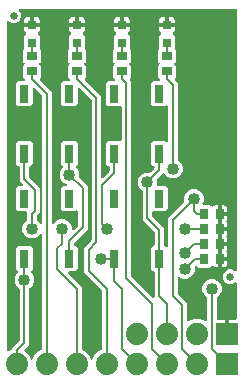
<source format=gbr>
G04 EAGLE Gerber RS-274X export*
G75*
%MOMM*%
%FSLAX34Y34*%
%LPD*%
%INTop Copper*%
%IPPOS*%
%AMOC8*
5,1,8,0,0,1.08239X$1,22.5*%
G01*
%ADD10R,0.900000X0.700000*%
%ADD11R,0.700000X0.900000*%
%ADD12R,0.800000X0.800000*%
%ADD13R,0.762000X1.524000*%
%ADD14R,1.879600X1.879600*%
%ADD15C,1.879600*%
%ADD16C,0.635000*%
%ADD17C,0.203200*%
%ADD18C,1.016000*%

G36*
X76315Y16218D02*
X76315Y16218D01*
X76428Y16228D01*
X76455Y16239D01*
X76485Y16243D01*
X76588Y16289D01*
X76693Y16330D01*
X76717Y16348D01*
X76744Y16360D01*
X76830Y16433D01*
X76920Y16502D01*
X76938Y16525D01*
X76960Y16544D01*
X77002Y16611D01*
X77090Y16729D01*
X77112Y16788D01*
X77138Y16829D01*
X78348Y19751D01*
X81849Y23252D01*
X84209Y24229D01*
X84210Y24230D01*
X84211Y24230D01*
X84330Y24300D01*
X84453Y24373D01*
X84454Y24375D01*
X84456Y24375D01*
X84553Y24479D01*
X84649Y24580D01*
X84649Y24582D01*
X84650Y24583D01*
X84712Y24704D01*
X84779Y24833D01*
X84779Y24834D01*
X84780Y24836D01*
X84782Y24851D01*
X84834Y25112D01*
X84831Y25142D01*
X84835Y25167D01*
X84835Y74096D01*
X84828Y74150D01*
X84829Y74188D01*
X84822Y74213D01*
X84820Y74270D01*
X84803Y74322D01*
X84795Y74377D01*
X84760Y74457D01*
X84733Y74540D01*
X84705Y74580D01*
X84679Y74637D01*
X84583Y74750D01*
X84538Y74814D01*
X69595Y89756D01*
X69595Y110904D01*
X75648Y116956D01*
X75700Y117026D01*
X75760Y117090D01*
X75786Y117139D01*
X75819Y117184D01*
X75850Y117265D01*
X75890Y117343D01*
X75898Y117391D01*
X75920Y117449D01*
X75928Y117550D01*
X75931Y117559D01*
X75932Y117596D01*
X75932Y117597D01*
X75945Y117674D01*
X75945Y235386D01*
X75933Y235472D01*
X75930Y235560D01*
X75913Y235612D01*
X75905Y235667D01*
X75870Y235747D01*
X75843Y235830D01*
X75815Y235870D01*
X75789Y235927D01*
X75693Y236040D01*
X75648Y236104D01*
X65742Y246010D01*
X65718Y246027D01*
X65699Y246050D01*
X65605Y246113D01*
X65515Y246181D01*
X65487Y246191D01*
X65463Y246207D01*
X65355Y246242D01*
X65249Y246282D01*
X65220Y246284D01*
X65192Y246293D01*
X65078Y246296D01*
X64966Y246305D01*
X64937Y246300D01*
X64908Y246300D01*
X64798Y246272D01*
X64687Y246250D01*
X64661Y246236D01*
X64633Y246229D01*
X64535Y246171D01*
X64435Y246119D01*
X64413Y246098D01*
X64388Y246083D01*
X64311Y246001D01*
X64229Y245923D01*
X64214Y245897D01*
X64194Y245876D01*
X64142Y245775D01*
X64085Y245677D01*
X64078Y245649D01*
X64064Y245623D01*
X64051Y245546D01*
X64015Y245402D01*
X64017Y245339D01*
X64009Y245292D01*
X64009Y232417D01*
X62223Y230631D01*
X52077Y230631D01*
X50291Y232417D01*
X50291Y250183D01*
X52077Y251969D01*
X56969Y251969D01*
X56998Y251973D01*
X57027Y251970D01*
X57138Y251993D01*
X57250Y252009D01*
X57277Y252021D01*
X57306Y252026D01*
X57406Y252079D01*
X57510Y252125D01*
X57532Y252144D01*
X57558Y252157D01*
X57640Y252235D01*
X57727Y252308D01*
X57743Y252333D01*
X57764Y252353D01*
X57821Y252451D01*
X57884Y252545D01*
X57893Y252573D01*
X57908Y252598D01*
X57936Y252708D01*
X57970Y252816D01*
X57971Y252846D01*
X57978Y252874D01*
X57974Y252987D01*
X57977Y253100D01*
X57970Y253129D01*
X57969Y253158D01*
X57934Y253266D01*
X57905Y253375D01*
X57890Y253401D01*
X57881Y253429D01*
X57836Y253492D01*
X57760Y253620D01*
X57715Y253663D01*
X57687Y253702D01*
X55951Y255437D01*
X55951Y264963D01*
X56971Y265982D01*
X57006Y266029D01*
X57048Y266069D01*
X57091Y266142D01*
X57141Y266209D01*
X57162Y266264D01*
X57192Y266314D01*
X57213Y266396D01*
X57243Y266475D01*
X57248Y266533D01*
X57262Y266590D01*
X57259Y266674D01*
X57266Y266758D01*
X57255Y266816D01*
X57253Y266874D01*
X57227Y266954D01*
X57210Y267037D01*
X57183Y267089D01*
X57165Y267145D01*
X57125Y267201D01*
X57079Y267289D01*
X57011Y267362D01*
X56971Y267418D01*
X55951Y268437D01*
X55951Y277963D01*
X56171Y278182D01*
X56206Y278229D01*
X56248Y278269D01*
X56291Y278342D01*
X56341Y278409D01*
X56362Y278464D01*
X56392Y278514D01*
X56413Y278596D01*
X56443Y278675D01*
X56448Y278733D01*
X56462Y278790D01*
X56459Y278874D01*
X56466Y278958D01*
X56455Y279016D01*
X56453Y279074D01*
X56451Y279079D01*
X56451Y289863D01*
X58409Y291820D01*
X58438Y291859D01*
X58474Y291892D01*
X58523Y291972D01*
X58580Y292048D01*
X58597Y292093D01*
X58623Y292135D01*
X58648Y292225D01*
X58681Y292313D01*
X58685Y292362D01*
X58698Y292409D01*
X58697Y292503D01*
X58705Y292597D01*
X58695Y292644D01*
X58694Y292693D01*
X58667Y292783D01*
X58649Y292875D01*
X58626Y292919D01*
X58612Y292965D01*
X58561Y293044D01*
X58518Y293128D01*
X58484Y293163D01*
X58458Y293204D01*
X58400Y293251D01*
X58322Y293334D01*
X58247Y293378D01*
X58199Y293418D01*
X57940Y293567D01*
X57467Y294040D01*
X57132Y294619D01*
X56959Y295266D01*
X56959Y297601D01*
X62516Y297601D01*
X62574Y297609D01*
X62632Y297607D01*
X62714Y297629D01*
X62797Y297641D01*
X62851Y297664D01*
X62907Y297679D01*
X62980Y297722D01*
X63057Y297757D01*
X63101Y297795D01*
X63152Y297824D01*
X63209Y297886D01*
X63274Y297940D01*
X63306Y297989D01*
X63346Y298032D01*
X63385Y298107D01*
X63431Y298177D01*
X63449Y298233D01*
X63476Y298285D01*
X63487Y298353D01*
X63500Y298395D01*
X63509Y298334D01*
X63533Y298281D01*
X63547Y298225D01*
X63591Y298152D01*
X63625Y298075D01*
X63663Y298030D01*
X63693Y297980D01*
X63754Y297922D01*
X63809Y297858D01*
X63857Y297826D01*
X63900Y297786D01*
X63975Y297747D01*
X64045Y297700D01*
X64101Y297683D01*
X64153Y297656D01*
X64221Y297645D01*
X64316Y297615D01*
X64416Y297612D01*
X64484Y297601D01*
X70041Y297601D01*
X70041Y295266D01*
X69868Y294619D01*
X69533Y294040D01*
X69060Y293567D01*
X68801Y293418D01*
X68763Y293388D01*
X68720Y293365D01*
X68651Y293300D01*
X68577Y293242D01*
X68549Y293203D01*
X68514Y293169D01*
X68466Y293088D01*
X68411Y293012D01*
X68394Y292966D01*
X68370Y292924D01*
X68347Y292833D01*
X68315Y292744D01*
X68312Y292696D01*
X68300Y292648D01*
X68303Y292555D01*
X68297Y292461D01*
X68307Y292413D01*
X68309Y292364D01*
X68338Y292275D01*
X68358Y292183D01*
X68381Y292140D01*
X68396Y292094D01*
X68439Y292033D01*
X68494Y291933D01*
X68555Y291872D01*
X68591Y291820D01*
X70549Y289863D01*
X70549Y279052D01*
X70538Y279010D01*
X70541Y278926D01*
X70534Y278842D01*
X70545Y278784D01*
X70547Y278726D01*
X70573Y278646D01*
X70590Y278563D01*
X70617Y278511D01*
X70635Y278455D01*
X70675Y278399D01*
X70721Y278311D01*
X70789Y278238D01*
X70829Y278182D01*
X71049Y277963D01*
X71049Y268437D01*
X70029Y267418D01*
X69994Y267371D01*
X69952Y267331D01*
X69909Y267258D01*
X69859Y267191D01*
X69838Y267136D01*
X69808Y267086D01*
X69787Y267004D01*
X69757Y266925D01*
X69752Y266867D01*
X69738Y266810D01*
X69741Y266726D01*
X69734Y266642D01*
X69745Y266584D01*
X69747Y266526D01*
X69773Y266446D01*
X69790Y266363D01*
X69817Y266311D01*
X69835Y266255D01*
X69875Y266199D01*
X69921Y266111D01*
X69989Y266038D01*
X70029Y265982D01*
X71049Y264963D01*
X71049Y255437D01*
X70148Y254536D01*
X70113Y254490D01*
X70070Y254449D01*
X70028Y254377D01*
X69977Y254309D01*
X69956Y254254D01*
X69927Y254204D01*
X69906Y254122D01*
X69876Y254043D01*
X69871Y253985D01*
X69856Y253929D01*
X69859Y253844D01*
X69852Y253760D01*
X69864Y253703D01*
X69866Y253644D01*
X69891Y253564D01*
X69908Y253481D01*
X69935Y253429D01*
X69953Y253374D01*
X69993Y253318D01*
X70039Y253229D01*
X70108Y253157D01*
X70115Y253146D01*
X70122Y253135D01*
X70126Y253131D01*
X70148Y253101D01*
X81396Y241852D01*
X84075Y239174D01*
X84075Y171014D01*
X84079Y170985D01*
X84076Y170956D01*
X84099Y170845D01*
X84115Y170733D01*
X84127Y170706D01*
X84132Y170677D01*
X84184Y170577D01*
X84231Y170473D01*
X84250Y170451D01*
X84263Y170425D01*
X84341Y170343D01*
X84414Y170256D01*
X84439Y170240D01*
X84459Y170219D01*
X84557Y170161D01*
X84651Y170099D01*
X84679Y170090D01*
X84704Y170075D01*
X84814Y170047D01*
X84922Y170013D01*
X84952Y170012D01*
X84980Y170005D01*
X85093Y170008D01*
X85206Y170006D01*
X85235Y170013D01*
X85264Y170014D01*
X85372Y170049D01*
X85481Y170077D01*
X85507Y170092D01*
X85535Y170101D01*
X85598Y170147D01*
X85726Y170223D01*
X85769Y170268D01*
X85808Y170296D01*
X90888Y175376D01*
X90940Y175446D01*
X91000Y175510D01*
X91026Y175559D01*
X91059Y175604D01*
X91090Y175685D01*
X91130Y175763D01*
X91138Y175811D01*
X91160Y175869D01*
X91172Y176017D01*
X91185Y176094D01*
X91185Y178816D01*
X91177Y178874D01*
X91179Y178932D01*
X91157Y179014D01*
X91145Y179098D01*
X91122Y179151D01*
X91107Y179207D01*
X91064Y179280D01*
X91029Y179357D01*
X90991Y179402D01*
X90962Y179452D01*
X90900Y179510D01*
X90846Y179574D01*
X90797Y179606D01*
X90754Y179646D01*
X90679Y179685D01*
X90609Y179732D01*
X90553Y179749D01*
X90501Y179776D01*
X90433Y179787D01*
X90338Y179817D01*
X90238Y179820D01*
X90179Y179830D01*
X88391Y181617D01*
X88391Y199383D01*
X90177Y201169D01*
X100330Y201169D01*
X100388Y201177D01*
X100446Y201175D01*
X100528Y201197D01*
X100612Y201209D01*
X100665Y201232D01*
X100721Y201247D01*
X100794Y201290D01*
X100871Y201325D01*
X100916Y201363D01*
X100966Y201392D01*
X101024Y201454D01*
X101088Y201508D01*
X101120Y201557D01*
X101160Y201600D01*
X101199Y201675D01*
X101246Y201745D01*
X101263Y201801D01*
X101290Y201853D01*
X101301Y201921D01*
X101331Y202016D01*
X101334Y202116D01*
X101345Y202184D01*
X101345Y229616D01*
X101337Y229674D01*
X101339Y229732D01*
X101317Y229814D01*
X101305Y229898D01*
X101282Y229951D01*
X101267Y230007D01*
X101224Y230080D01*
X101189Y230157D01*
X101151Y230202D01*
X101122Y230252D01*
X101060Y230310D01*
X101006Y230374D01*
X100957Y230406D01*
X100914Y230446D01*
X100839Y230485D01*
X100769Y230532D01*
X100713Y230549D01*
X100661Y230576D01*
X100593Y230587D01*
X100498Y230617D01*
X100398Y230620D01*
X100330Y230631D01*
X90177Y230631D01*
X88391Y232417D01*
X88391Y250183D01*
X90177Y251969D01*
X95069Y251969D01*
X95098Y251973D01*
X95127Y251970D01*
X95238Y251993D01*
X95350Y252009D01*
X95377Y252021D01*
X95406Y252026D01*
X95506Y252079D01*
X95610Y252125D01*
X95632Y252144D01*
X95658Y252157D01*
X95740Y252235D01*
X95827Y252308D01*
X95843Y252333D01*
X95864Y252353D01*
X95921Y252451D01*
X95984Y252545D01*
X95993Y252573D01*
X96008Y252598D01*
X96036Y252708D01*
X96070Y252816D01*
X96071Y252846D01*
X96078Y252874D01*
X96074Y252987D01*
X96077Y253100D01*
X96070Y253129D01*
X96069Y253158D01*
X96034Y253266D01*
X96005Y253375D01*
X95990Y253401D01*
X95981Y253429D01*
X95936Y253492D01*
X95860Y253620D01*
X95815Y253663D01*
X95787Y253702D01*
X94051Y255437D01*
X94051Y264963D01*
X95071Y265982D01*
X95106Y266029D01*
X95148Y266069D01*
X95191Y266142D01*
X95241Y266209D01*
X95262Y266264D01*
X95292Y266314D01*
X95313Y266396D01*
X95343Y266475D01*
X95348Y266533D01*
X95362Y266590D01*
X95359Y266674D01*
X95366Y266758D01*
X95355Y266816D01*
X95353Y266874D01*
X95327Y266954D01*
X95310Y267037D01*
X95283Y267089D01*
X95265Y267145D01*
X95225Y267201D01*
X95179Y267289D01*
X95111Y267362D01*
X95071Y267418D01*
X94051Y268437D01*
X94051Y277963D01*
X94271Y278182D01*
X94306Y278229D01*
X94348Y278269D01*
X94391Y278342D01*
X94441Y278409D01*
X94462Y278464D01*
X94492Y278514D01*
X94513Y278596D01*
X94543Y278675D01*
X94548Y278733D01*
X94562Y278790D01*
X94559Y278874D01*
X94566Y278958D01*
X94555Y279016D01*
X94553Y279074D01*
X94551Y279079D01*
X94551Y289863D01*
X96509Y291820D01*
X96538Y291859D01*
X96574Y291892D01*
X96623Y291972D01*
X96680Y292048D01*
X96697Y292093D01*
X96723Y292135D01*
X96748Y292225D01*
X96781Y292313D01*
X96785Y292362D01*
X96798Y292409D01*
X96797Y292503D01*
X96805Y292597D01*
X96795Y292644D01*
X96794Y292693D01*
X96767Y292783D01*
X96749Y292875D01*
X96726Y292919D01*
X96712Y292965D01*
X96661Y293044D01*
X96618Y293128D01*
X96584Y293163D01*
X96558Y293204D01*
X96500Y293251D01*
X96422Y293334D01*
X96347Y293378D01*
X96299Y293418D01*
X96040Y293567D01*
X95567Y294040D01*
X95232Y294619D01*
X95059Y295266D01*
X95059Y297601D01*
X100616Y297601D01*
X100674Y297609D01*
X100732Y297607D01*
X100814Y297629D01*
X100897Y297641D01*
X100951Y297664D01*
X101007Y297679D01*
X101080Y297722D01*
X101157Y297757D01*
X101201Y297795D01*
X101252Y297824D01*
X101309Y297886D01*
X101374Y297940D01*
X101406Y297989D01*
X101446Y298032D01*
X101485Y298107D01*
X101531Y298177D01*
X101549Y298233D01*
X101576Y298285D01*
X101587Y298353D01*
X101600Y298395D01*
X101609Y298334D01*
X101633Y298281D01*
X101647Y298225D01*
X101691Y298152D01*
X101725Y298075D01*
X101763Y298030D01*
X101793Y297980D01*
X101854Y297922D01*
X101909Y297858D01*
X101957Y297826D01*
X102000Y297786D01*
X102075Y297747D01*
X102145Y297700D01*
X102201Y297683D01*
X102253Y297656D01*
X102321Y297645D01*
X102416Y297615D01*
X102516Y297612D01*
X102584Y297601D01*
X108141Y297601D01*
X108141Y295266D01*
X107968Y294619D01*
X107633Y294040D01*
X107160Y293567D01*
X106901Y293418D01*
X106863Y293388D01*
X106820Y293365D01*
X106751Y293300D01*
X106677Y293242D01*
X106649Y293203D01*
X106614Y293169D01*
X106566Y293088D01*
X106511Y293012D01*
X106494Y292966D01*
X106470Y292924D01*
X106447Y292833D01*
X106415Y292744D01*
X106412Y292696D01*
X106400Y292648D01*
X106403Y292555D01*
X106397Y292461D01*
X106407Y292413D01*
X106409Y292364D01*
X106438Y292275D01*
X106458Y292183D01*
X106481Y292140D01*
X106496Y292094D01*
X106539Y292033D01*
X106594Y291933D01*
X106655Y291872D01*
X106691Y291820D01*
X108649Y289863D01*
X108649Y279052D01*
X108638Y279010D01*
X108641Y278926D01*
X108634Y278842D01*
X108645Y278784D01*
X108647Y278726D01*
X108673Y278646D01*
X108690Y278563D01*
X108717Y278511D01*
X108735Y278455D01*
X108775Y278399D01*
X108821Y278311D01*
X108889Y278238D01*
X108929Y278182D01*
X109149Y277963D01*
X109149Y268437D01*
X108129Y267418D01*
X108094Y267371D01*
X108052Y267331D01*
X108009Y267258D01*
X107959Y267191D01*
X107938Y267136D01*
X107908Y267086D01*
X107887Y267004D01*
X107857Y266925D01*
X107852Y266867D01*
X107838Y266810D01*
X107841Y266726D01*
X107834Y266642D01*
X107845Y266584D01*
X107847Y266526D01*
X107873Y266446D01*
X107890Y266363D01*
X107917Y266311D01*
X107935Y266255D01*
X107975Y266199D01*
X108021Y266111D01*
X108089Y266038D01*
X108129Y265982D01*
X109149Y264963D01*
X109149Y255437D01*
X108248Y254536D01*
X108213Y254490D01*
X108170Y254449D01*
X108128Y254377D01*
X108077Y254309D01*
X108056Y254254D01*
X108027Y254204D01*
X108006Y254122D01*
X107976Y254043D01*
X107971Y253985D01*
X107956Y253929D01*
X107959Y253844D01*
X107952Y253760D01*
X107964Y253703D01*
X107966Y253644D01*
X107991Y253564D01*
X108008Y253481D01*
X108035Y253430D01*
X108053Y253374D01*
X108093Y253318D01*
X108139Y253229D01*
X108208Y253157D01*
X108215Y253146D01*
X108222Y253135D01*
X108226Y253131D01*
X108248Y253101D01*
X109475Y251874D01*
X109475Y87194D01*
X109487Y87108D01*
X109490Y87020D01*
X109507Y86968D01*
X109515Y86913D01*
X109550Y86833D01*
X109577Y86750D01*
X109605Y86710D01*
X109631Y86653D01*
X109727Y86540D01*
X109772Y86476D01*
X127552Y68696D01*
X127576Y68679D01*
X127595Y68656D01*
X127689Y68593D01*
X127779Y68525D01*
X127807Y68515D01*
X127831Y68499D01*
X127939Y68464D01*
X128045Y68424D01*
X128074Y68422D01*
X128102Y68413D01*
X128216Y68410D01*
X128328Y68401D01*
X128357Y68406D01*
X128386Y68406D01*
X128496Y68434D01*
X128607Y68456D01*
X128633Y68470D01*
X128661Y68477D01*
X128759Y68535D01*
X128859Y68587D01*
X128881Y68608D01*
X128906Y68623D01*
X128983Y68705D01*
X129065Y68783D01*
X129080Y68809D01*
X129100Y68830D01*
X129152Y68931D01*
X129209Y69029D01*
X129216Y69057D01*
X129230Y69083D01*
X129243Y69160D01*
X129279Y69304D01*
X129277Y69367D01*
X129285Y69414D01*
X129285Y89916D01*
X129277Y89974D01*
X129279Y90032D01*
X129257Y90114D01*
X129245Y90198D01*
X129222Y90251D01*
X129207Y90307D01*
X129164Y90380D01*
X129129Y90457D01*
X129091Y90502D01*
X129062Y90552D01*
X129000Y90610D01*
X128946Y90674D01*
X128897Y90706D01*
X128854Y90746D01*
X128779Y90785D01*
X128709Y90832D01*
X128653Y90849D01*
X128601Y90876D01*
X128533Y90887D01*
X128438Y90917D01*
X128338Y90920D01*
X128279Y90930D01*
X126491Y92717D01*
X126491Y110483D01*
X128278Y112270D01*
X128328Y112277D01*
X128386Y112275D01*
X128468Y112297D01*
X128552Y112309D01*
X128605Y112332D01*
X128661Y112347D01*
X128734Y112390D01*
X128811Y112425D01*
X128856Y112463D01*
X128906Y112492D01*
X128964Y112554D01*
X129028Y112608D01*
X129060Y112657D01*
X129100Y112700D01*
X129139Y112775D01*
X129186Y112845D01*
X129203Y112901D01*
X129230Y112953D01*
X129241Y113021D01*
X129271Y113116D01*
X129274Y113216D01*
X129285Y113284D01*
X129285Y123626D01*
X129273Y123712D01*
X129270Y123800D01*
X129253Y123852D01*
X129245Y123907D01*
X129210Y123987D01*
X129183Y124070D01*
X129155Y124110D01*
X129129Y124167D01*
X129033Y124280D01*
X128988Y124344D01*
X119125Y134206D01*
X119125Y158577D01*
X119125Y158578D01*
X119125Y158580D01*
X119106Y158717D01*
X119085Y158858D01*
X119085Y158860D01*
X119085Y158861D01*
X119027Y158988D01*
X118969Y159118D01*
X118968Y159119D01*
X118967Y159120D01*
X118875Y159229D01*
X118786Y159335D01*
X118784Y159336D01*
X118783Y159337D01*
X118770Y159345D01*
X118618Y159447D01*
X116299Y161765D01*
X115061Y164753D01*
X115061Y167987D01*
X116299Y170975D01*
X118585Y173261D01*
X121573Y174499D01*
X124860Y174499D01*
X124995Y174464D01*
X124997Y174464D01*
X124998Y174463D01*
X125139Y174468D01*
X125279Y174472D01*
X125281Y174472D01*
X125283Y174472D01*
X125417Y174516D01*
X125550Y174559D01*
X125552Y174559D01*
X125553Y174560D01*
X125565Y174569D01*
X125786Y174717D01*
X125806Y174740D01*
X125826Y174755D01*
X128988Y177916D01*
X129022Y177961D01*
X129028Y177967D01*
X129042Y177988D01*
X129100Y178050D01*
X129126Y178099D01*
X129159Y178144D01*
X129176Y178189D01*
X129186Y178203D01*
X129197Y178238D01*
X129230Y178303D01*
X129238Y178351D01*
X129260Y178409D01*
X129263Y178449D01*
X129271Y178474D01*
X129274Y178565D01*
X129285Y178634D01*
X129285Y178816D01*
X129277Y178874D01*
X129279Y178932D01*
X129257Y179014D01*
X129245Y179098D01*
X129222Y179151D01*
X129207Y179207D01*
X129164Y179280D01*
X129129Y179357D01*
X129091Y179402D01*
X129062Y179452D01*
X129000Y179510D01*
X128946Y179574D01*
X128897Y179606D01*
X128854Y179646D01*
X128779Y179685D01*
X128709Y179732D01*
X128653Y179749D01*
X128601Y179776D01*
X128533Y179787D01*
X128438Y179817D01*
X128338Y179820D01*
X128279Y179830D01*
X126491Y181617D01*
X126491Y199383D01*
X128277Y201169D01*
X138423Y201169D01*
X138982Y200609D01*
X139006Y200592D01*
X139025Y200569D01*
X139119Y200507D01*
X139209Y200439D01*
X139237Y200428D01*
X139261Y200412D01*
X139369Y200378D01*
X139475Y200337D01*
X139504Y200335D01*
X139532Y200326D01*
X139646Y200323D01*
X139758Y200314D01*
X139787Y200319D01*
X139816Y200319D01*
X139926Y200347D01*
X140037Y200370D01*
X140063Y200383D01*
X140091Y200391D01*
X140189Y200448D01*
X140289Y200501D01*
X140311Y200521D01*
X140336Y200536D01*
X140413Y200618D01*
X140495Y200696D01*
X140510Y200722D01*
X140530Y200743D01*
X140582Y200844D01*
X140639Y200942D01*
X140646Y200970D01*
X140660Y200996D01*
X140673Y201074D01*
X140709Y201217D01*
X140707Y201280D01*
X140715Y201327D01*
X140715Y230473D01*
X140711Y230502D01*
X140714Y230531D01*
X140691Y230642D01*
X140675Y230754D01*
X140663Y230781D01*
X140658Y230810D01*
X140605Y230910D01*
X140559Y231014D01*
X140540Y231036D01*
X140527Y231062D01*
X140449Y231144D01*
X140376Y231231D01*
X140351Y231247D01*
X140331Y231268D01*
X140233Y231325D01*
X140139Y231388D01*
X140111Y231397D01*
X140086Y231412D01*
X139976Y231440D01*
X139868Y231474D01*
X139838Y231475D01*
X139810Y231482D01*
X139697Y231478D01*
X139584Y231481D01*
X139555Y231474D01*
X139526Y231473D01*
X139418Y231438D01*
X139309Y231409D01*
X139283Y231395D01*
X139255Y231385D01*
X139191Y231340D01*
X139064Y231264D01*
X139021Y231219D01*
X138982Y231191D01*
X138423Y230631D01*
X128277Y230631D01*
X126491Y232417D01*
X126491Y250183D01*
X128277Y251969D01*
X133169Y251969D01*
X133198Y251973D01*
X133227Y251970D01*
X133338Y251993D01*
X133450Y252009D01*
X133477Y252021D01*
X133506Y252026D01*
X133606Y252079D01*
X133710Y252125D01*
X133732Y252144D01*
X133758Y252157D01*
X133840Y252235D01*
X133927Y252308D01*
X133943Y252333D01*
X133964Y252353D01*
X134021Y252451D01*
X134084Y252545D01*
X134093Y252573D01*
X134108Y252598D01*
X134136Y252708D01*
X134170Y252816D01*
X134171Y252846D01*
X134178Y252874D01*
X134174Y252987D01*
X134177Y253100D01*
X134170Y253129D01*
X134169Y253158D01*
X134134Y253266D01*
X134105Y253375D01*
X134090Y253401D01*
X134081Y253429D01*
X134036Y253492D01*
X133960Y253620D01*
X133915Y253663D01*
X133887Y253702D01*
X132151Y255437D01*
X132151Y264963D01*
X133171Y265982D01*
X133206Y266029D01*
X133248Y266069D01*
X133291Y266142D01*
X133341Y266209D01*
X133362Y266264D01*
X133392Y266314D01*
X133413Y266396D01*
X133443Y266475D01*
X133448Y266533D01*
X133462Y266590D01*
X133459Y266674D01*
X133466Y266758D01*
X133455Y266816D01*
X133453Y266874D01*
X133427Y266954D01*
X133410Y267037D01*
X133383Y267089D01*
X133365Y267145D01*
X133325Y267201D01*
X133279Y267289D01*
X133211Y267362D01*
X133171Y267418D01*
X132151Y268437D01*
X132151Y277963D01*
X132371Y278182D01*
X132406Y278229D01*
X132448Y278269D01*
X132491Y278342D01*
X132541Y278409D01*
X132562Y278464D01*
X132592Y278514D01*
X132613Y278596D01*
X132643Y278675D01*
X132648Y278733D01*
X132662Y278790D01*
X132659Y278874D01*
X132666Y278958D01*
X132655Y279016D01*
X132653Y279074D01*
X132651Y279079D01*
X132651Y289863D01*
X134609Y291820D01*
X134638Y291859D01*
X134674Y291892D01*
X134723Y291972D01*
X134780Y292048D01*
X134797Y292093D01*
X134823Y292135D01*
X134848Y292225D01*
X134881Y292313D01*
X134885Y292362D01*
X134898Y292409D01*
X134897Y292503D01*
X134905Y292597D01*
X134895Y292644D01*
X134894Y292693D01*
X134867Y292783D01*
X134849Y292875D01*
X134826Y292919D01*
X134812Y292965D01*
X134761Y293044D01*
X134718Y293128D01*
X134684Y293163D01*
X134658Y293204D01*
X134600Y293251D01*
X134522Y293334D01*
X134447Y293378D01*
X134399Y293418D01*
X134140Y293567D01*
X133667Y294040D01*
X133332Y294619D01*
X133159Y295266D01*
X133159Y297601D01*
X138716Y297601D01*
X138774Y297609D01*
X138832Y297607D01*
X138914Y297629D01*
X138997Y297641D01*
X139051Y297664D01*
X139107Y297679D01*
X139180Y297722D01*
X139257Y297757D01*
X139301Y297795D01*
X139352Y297824D01*
X139409Y297886D01*
X139474Y297940D01*
X139506Y297989D01*
X139546Y298032D01*
X139585Y298107D01*
X139631Y298177D01*
X139649Y298233D01*
X139676Y298285D01*
X139687Y298353D01*
X139700Y298395D01*
X139709Y298334D01*
X139733Y298281D01*
X139747Y298225D01*
X139791Y298152D01*
X139825Y298075D01*
X139863Y298030D01*
X139893Y297980D01*
X139954Y297922D01*
X140009Y297858D01*
X140057Y297826D01*
X140100Y297786D01*
X140175Y297747D01*
X140245Y297700D01*
X140301Y297683D01*
X140353Y297656D01*
X140421Y297645D01*
X140516Y297615D01*
X140616Y297612D01*
X140684Y297601D01*
X146241Y297601D01*
X146241Y295266D01*
X146068Y294619D01*
X145733Y294040D01*
X145260Y293567D01*
X145001Y293418D01*
X144963Y293388D01*
X144920Y293365D01*
X144851Y293300D01*
X144777Y293242D01*
X144749Y293203D01*
X144714Y293169D01*
X144666Y293088D01*
X144611Y293012D01*
X144594Y292966D01*
X144570Y292924D01*
X144547Y292833D01*
X144515Y292744D01*
X144512Y292696D01*
X144500Y292648D01*
X144503Y292555D01*
X144497Y292461D01*
X144507Y292413D01*
X144509Y292364D01*
X144538Y292275D01*
X144558Y292183D01*
X144581Y292140D01*
X144596Y292094D01*
X144639Y292033D01*
X144694Y291933D01*
X144755Y291872D01*
X144791Y291820D01*
X146749Y289863D01*
X146749Y279052D01*
X146738Y279010D01*
X146741Y278926D01*
X146734Y278842D01*
X146745Y278784D01*
X146747Y278726D01*
X146773Y278646D01*
X146790Y278563D01*
X146817Y278511D01*
X146835Y278455D01*
X146875Y278399D01*
X146921Y278311D01*
X146989Y278238D01*
X147029Y278182D01*
X147249Y277963D01*
X147249Y268437D01*
X146229Y267418D01*
X146194Y267371D01*
X146152Y267331D01*
X146109Y267258D01*
X146059Y267191D01*
X146038Y267136D01*
X146008Y267086D01*
X145987Y267004D01*
X145957Y266925D01*
X145952Y266867D01*
X145938Y266810D01*
X145941Y266726D01*
X145934Y266642D01*
X145945Y266584D01*
X145947Y266526D01*
X145973Y266446D01*
X145990Y266363D01*
X146017Y266311D01*
X146035Y266255D01*
X146075Y266199D01*
X146121Y266111D01*
X146189Y266038D01*
X146229Y265982D01*
X147249Y264963D01*
X147249Y255437D01*
X146348Y254536D01*
X146313Y254490D01*
X146270Y254449D01*
X146228Y254377D01*
X146177Y254309D01*
X146156Y254254D01*
X146127Y254204D01*
X146106Y254122D01*
X146076Y254043D01*
X146071Y253985D01*
X146056Y253929D01*
X146059Y253844D01*
X146052Y253760D01*
X146064Y253703D01*
X146066Y253644D01*
X146091Y253564D01*
X146108Y253481D01*
X146135Y253429D01*
X146153Y253374D01*
X146193Y253318D01*
X146239Y253229D01*
X146308Y253157D01*
X146315Y253146D01*
X146322Y253135D01*
X146326Y253131D01*
X146348Y253101D01*
X148845Y250604D01*
X148845Y185593D01*
X148845Y185592D01*
X148845Y185590D01*
X148865Y185451D01*
X148885Y185312D01*
X148885Y185310D01*
X148885Y185309D01*
X148943Y185182D01*
X149001Y185052D01*
X149002Y185051D01*
X149003Y185050D01*
X149095Y184941D01*
X149184Y184835D01*
X149186Y184834D01*
X149187Y184833D01*
X149200Y184825D01*
X149352Y184723D01*
X151671Y182405D01*
X152909Y179417D01*
X152909Y176183D01*
X151671Y173195D01*
X149385Y170909D01*
X146397Y169671D01*
X143163Y169671D01*
X140175Y170909D01*
X137889Y173195D01*
X137848Y173294D01*
X137790Y173393D01*
X137737Y173495D01*
X137717Y173515D01*
X137703Y173539D01*
X137620Y173618D01*
X137541Y173701D01*
X137517Y173715D01*
X137497Y173734D01*
X137394Y173787D01*
X137295Y173845D01*
X137269Y173852D01*
X137244Y173864D01*
X137131Y173887D01*
X137020Y173915D01*
X136992Y173914D01*
X136965Y173919D01*
X136851Y173910D01*
X136736Y173906D01*
X136709Y173897D01*
X136682Y173895D01*
X136575Y173854D01*
X136465Y173818D01*
X136445Y173804D01*
X136416Y173793D01*
X136205Y173633D01*
X136192Y173624D01*
X134736Y172168D01*
X131575Y169006D01*
X131574Y169005D01*
X131573Y169004D01*
X131484Y168886D01*
X131404Y168779D01*
X131403Y168778D01*
X131402Y168776D01*
X131352Y168643D01*
X131303Y168514D01*
X131303Y168512D01*
X131302Y168510D01*
X131291Y168367D01*
X131279Y168230D01*
X131279Y168229D01*
X131279Y168227D01*
X131283Y168212D01*
X131319Y168033D01*
X131319Y164753D01*
X131203Y164472D01*
X131174Y164362D01*
X131139Y164252D01*
X131138Y164224D01*
X131132Y164197D01*
X131135Y164083D01*
X131132Y163968D01*
X131139Y163941D01*
X131140Y163913D01*
X131175Y163804D01*
X131204Y163693D01*
X131218Y163669D01*
X131226Y163642D01*
X131290Y163547D01*
X131349Y163448D01*
X131369Y163429D01*
X131385Y163406D01*
X131473Y163332D01*
X131556Y163254D01*
X131581Y163241D01*
X131602Y163223D01*
X131707Y163176D01*
X131809Y163124D01*
X131834Y163120D01*
X131862Y163108D01*
X132126Y163071D01*
X132140Y163069D01*
X138423Y163069D01*
X140209Y161283D01*
X140209Y143517D01*
X138423Y141731D01*
X128270Y141731D01*
X128212Y141723D01*
X128154Y141725D01*
X128072Y141703D01*
X127988Y141691D01*
X127935Y141668D01*
X127879Y141653D01*
X127806Y141610D01*
X127729Y141575D01*
X127684Y141537D01*
X127634Y141508D01*
X127576Y141446D01*
X127512Y141392D01*
X127480Y141343D01*
X127440Y141300D01*
X127401Y141225D01*
X127354Y141155D01*
X127337Y141099D01*
X127310Y141047D01*
X127299Y140979D01*
X127269Y140884D01*
X127266Y140784D01*
X127255Y140716D01*
X127255Y137994D01*
X127262Y137942D01*
X127261Y137916D01*
X127267Y137893D01*
X127270Y137820D01*
X127287Y137768D01*
X127295Y137713D01*
X127330Y137633D01*
X127357Y137550D01*
X127385Y137510D01*
X127411Y137453D01*
X127507Y137340D01*
X127552Y137276D01*
X137415Y127414D01*
X137415Y113284D01*
X137423Y113226D01*
X137421Y113168D01*
X137443Y113086D01*
X137455Y113002D01*
X137478Y112949D01*
X137493Y112893D01*
X137536Y112820D01*
X137571Y112743D01*
X137609Y112698D01*
X137638Y112648D01*
X137700Y112590D01*
X137754Y112526D01*
X137803Y112494D01*
X137846Y112454D01*
X137921Y112415D01*
X137991Y112368D01*
X138047Y112351D01*
X138099Y112324D01*
X138167Y112313D01*
X138262Y112283D01*
X138362Y112280D01*
X138421Y112270D01*
X138982Y111709D01*
X139006Y111692D01*
X139025Y111669D01*
X139119Y111607D01*
X139209Y111539D01*
X139237Y111528D01*
X139261Y111512D01*
X139369Y111478D01*
X139475Y111437D01*
X139504Y111435D01*
X139532Y111426D01*
X139646Y111423D01*
X139758Y111414D01*
X139787Y111419D01*
X139816Y111419D01*
X139926Y111447D01*
X140037Y111470D01*
X140063Y111483D01*
X140091Y111491D01*
X140189Y111548D01*
X140289Y111601D01*
X140311Y111621D01*
X140336Y111636D01*
X140413Y111718D01*
X140495Y111796D01*
X140510Y111822D01*
X140530Y111843D01*
X140582Y111944D01*
X140639Y112042D01*
X140646Y112070D01*
X140660Y112096D01*
X140673Y112174D01*
X140709Y112317D01*
X140707Y112380D01*
X140715Y112427D01*
X140715Y136304D01*
X154175Y149764D01*
X154176Y149765D01*
X154178Y149766D01*
X154261Y149878D01*
X154346Y149991D01*
X154347Y149992D01*
X154348Y149994D01*
X154397Y150124D01*
X154447Y150256D01*
X154447Y150258D01*
X154448Y150260D01*
X154459Y150400D01*
X154471Y150540D01*
X154471Y150541D01*
X154471Y150543D01*
X154467Y150559D01*
X154431Y150737D01*
X154431Y154017D01*
X155669Y157005D01*
X157955Y159291D01*
X160943Y160529D01*
X164177Y160529D01*
X167165Y159291D01*
X169451Y157005D01*
X170689Y154017D01*
X170689Y150783D01*
X169806Y148653D01*
X169778Y148541D01*
X169743Y148432D01*
X169742Y148404D01*
X169735Y148377D01*
X169739Y148263D01*
X169736Y148148D01*
X169743Y148121D01*
X169743Y148093D01*
X169778Y147984D01*
X169807Y147873D01*
X169822Y147849D01*
X169830Y147822D01*
X169894Y147727D01*
X169953Y147628D01*
X169973Y147609D01*
X169988Y147586D01*
X170076Y147512D01*
X170160Y147434D01*
X170185Y147421D01*
X170206Y147403D01*
X170311Y147357D01*
X170413Y147304D01*
X170438Y147300D01*
X170466Y147288D01*
X170729Y147251D01*
X170744Y147249D01*
X176063Y147249D01*
X177441Y145870D01*
X177488Y145835D01*
X177528Y145793D01*
X177601Y145750D01*
X177669Y145699D01*
X177723Y145679D01*
X177774Y145649D01*
X177855Y145628D01*
X177934Y145598D01*
X177992Y145593D01*
X178049Y145579D01*
X178134Y145582D01*
X178218Y145575D01*
X178275Y145586D01*
X178333Y145588D01*
X178414Y145614D01*
X178496Y145630D01*
X178548Y145657D01*
X178604Y145675D01*
X178660Y145716D01*
X178749Y145761D01*
X178821Y145830D01*
X178877Y145870D01*
X179240Y146233D01*
X179819Y146568D01*
X180466Y146741D01*
X182551Y146741D01*
X182551Y140434D01*
X182559Y140376D01*
X182557Y140318D01*
X182579Y140236D01*
X182591Y140153D01*
X182614Y140099D01*
X182629Y140043D01*
X182672Y139970D01*
X182707Y139893D01*
X182745Y139849D01*
X182774Y139798D01*
X182836Y139741D01*
X182873Y139697D01*
X182872Y139696D01*
X182808Y139641D01*
X182776Y139593D01*
X182736Y139550D01*
X182697Y139475D01*
X182650Y139405D01*
X182633Y139349D01*
X182606Y139297D01*
X182595Y139229D01*
X182565Y139134D01*
X182562Y139034D01*
X182551Y138966D01*
X182551Y127734D01*
X182559Y127676D01*
X182557Y127618D01*
X182579Y127536D01*
X182591Y127453D01*
X182614Y127399D01*
X182629Y127343D01*
X182672Y127270D01*
X182707Y127193D01*
X182745Y127149D01*
X182774Y127098D01*
X182836Y127041D01*
X182873Y126997D01*
X182872Y126996D01*
X182808Y126941D01*
X182776Y126893D01*
X182736Y126850D01*
X182697Y126775D01*
X182650Y126705D01*
X182633Y126649D01*
X182606Y126597D01*
X182595Y126529D01*
X182565Y126434D01*
X182562Y126334D01*
X182551Y126266D01*
X182551Y115034D01*
X182559Y114976D01*
X182557Y114918D01*
X182579Y114836D01*
X182591Y114753D01*
X182614Y114699D01*
X182629Y114643D01*
X182672Y114570D01*
X182707Y114493D01*
X182745Y114449D01*
X182774Y114398D01*
X182836Y114341D01*
X182873Y114297D01*
X182872Y114296D01*
X182808Y114241D01*
X182776Y114193D01*
X182736Y114150D01*
X182697Y114075D01*
X182650Y114005D01*
X182633Y113949D01*
X182606Y113897D01*
X182595Y113829D01*
X182565Y113734D01*
X182562Y113634D01*
X182551Y113566D01*
X182551Y102334D01*
X182559Y102276D01*
X182557Y102218D01*
X182579Y102136D01*
X182591Y102053D01*
X182614Y101999D01*
X182629Y101943D01*
X182672Y101870D01*
X182707Y101793D01*
X182745Y101749D01*
X182774Y101698D01*
X182836Y101641D01*
X182873Y101597D01*
X182872Y101596D01*
X182808Y101541D01*
X182776Y101493D01*
X182736Y101450D01*
X182697Y101375D01*
X182650Y101305D01*
X182633Y101249D01*
X182606Y101197D01*
X182595Y101129D01*
X182565Y101034D01*
X182562Y100934D01*
X182551Y100866D01*
X182551Y94559D01*
X180466Y94559D01*
X179819Y94732D01*
X179240Y95067D01*
X178877Y95430D01*
X178830Y95465D01*
X178790Y95507D01*
X178717Y95550D01*
X178650Y95601D01*
X178595Y95622D01*
X178545Y95651D01*
X178463Y95672D01*
X178384Y95702D01*
X178326Y95707D01*
X178269Y95721D01*
X178185Y95718D01*
X178101Y95725D01*
X178044Y95714D01*
X177985Y95712D01*
X177905Y95686D01*
X177822Y95670D01*
X177770Y95643D01*
X177715Y95625D01*
X177658Y95585D01*
X177570Y95539D01*
X177498Y95470D01*
X177441Y95430D01*
X176063Y94051D01*
X166537Y94051D01*
X165001Y95587D01*
X164955Y95622D01*
X164914Y95665D01*
X164841Y95707D01*
X164774Y95758D01*
X164719Y95779D01*
X164669Y95808D01*
X164587Y95829D01*
X164508Y95859D01*
X164450Y95864D01*
X164394Y95879D01*
X164309Y95876D01*
X164225Y95883D01*
X164168Y95871D01*
X164109Y95869D01*
X164029Y95844D01*
X163946Y95827D01*
X163895Y95800D01*
X163839Y95782D01*
X163783Y95742D01*
X163694Y95696D01*
X163622Y95627D01*
X163566Y95587D01*
X163325Y95346D01*
X163324Y95345D01*
X163322Y95344D01*
X163235Y95228D01*
X163154Y95119D01*
X163153Y95118D01*
X163152Y95116D01*
X163103Y94985D01*
X163053Y94854D01*
X163053Y94852D01*
X163052Y94850D01*
X163041Y94708D01*
X163029Y94570D01*
X163029Y94569D01*
X163029Y94567D01*
X163033Y94551D01*
X163069Y94373D01*
X163069Y91093D01*
X161831Y88105D01*
X159545Y85819D01*
X156557Y84581D01*
X153323Y84581D01*
X150249Y85855D01*
X150137Y85883D01*
X150028Y85918D01*
X150000Y85919D01*
X149973Y85926D01*
X149859Y85922D01*
X149744Y85925D01*
X149717Y85918D01*
X149689Y85918D01*
X149580Y85883D01*
X149469Y85854D01*
X149445Y85839D01*
X149418Y85831D01*
X149323Y85767D01*
X149224Y85708D01*
X149205Y85688D01*
X149182Y85673D01*
X149108Y85585D01*
X149030Y85501D01*
X149017Y85476D01*
X148999Y85455D01*
X148953Y85350D01*
X148900Y85248D01*
X148896Y85223D01*
X148884Y85195D01*
X148847Y84932D01*
X148845Y84917D01*
X148845Y71954D01*
X148857Y71868D01*
X148860Y71780D01*
X148877Y71727D01*
X148885Y71673D01*
X148920Y71593D01*
X148947Y71510D01*
X148975Y71470D01*
X149001Y71413D01*
X149097Y71300D01*
X149142Y71236D01*
X153786Y66592D01*
X156465Y63914D01*
X156465Y49515D01*
X156481Y49401D01*
X156491Y49287D01*
X156501Y49261D01*
X156505Y49233D01*
X156552Y49128D01*
X156593Y49021D01*
X156609Y48999D01*
X156621Y48974D01*
X156695Y48886D01*
X156764Y48795D01*
X156787Y48778D01*
X156804Y48757D01*
X156900Y48693D01*
X156992Y48624D01*
X157018Y48615D01*
X157041Y48599D01*
X157151Y48565D01*
X157258Y48524D01*
X157286Y48522D01*
X157312Y48514D01*
X157427Y48511D01*
X157541Y48501D01*
X157566Y48507D01*
X157596Y48506D01*
X157853Y48573D01*
X157869Y48577D01*
X162624Y50547D01*
X167576Y50547D01*
X172331Y48577D01*
X172443Y48548D01*
X172552Y48514D01*
X172580Y48513D01*
X172607Y48506D01*
X172721Y48509D01*
X172836Y48506D01*
X172863Y48513D01*
X172891Y48514D01*
X173000Y48549D01*
X173111Y48578D01*
X173135Y48592D01*
X173162Y48601D01*
X173257Y48665D01*
X173356Y48723D01*
X173375Y48744D01*
X173398Y48759D01*
X173472Y48847D01*
X173550Y48931D01*
X173563Y48955D01*
X173581Y48977D01*
X173627Y49081D01*
X173680Y49184D01*
X173684Y49208D01*
X173696Y49236D01*
X173733Y49500D01*
X173735Y49515D01*
X173735Y68407D01*
X173735Y68408D01*
X173735Y68410D01*
X173715Y68549D01*
X173695Y68688D01*
X173695Y68690D01*
X173695Y68691D01*
X173637Y68818D01*
X173579Y68948D01*
X173578Y68949D01*
X173577Y68950D01*
X173485Y69059D01*
X173396Y69165D01*
X173394Y69166D01*
X173393Y69167D01*
X173380Y69175D01*
X173228Y69277D01*
X170909Y71595D01*
X169671Y74583D01*
X169671Y77817D01*
X170909Y80805D01*
X173195Y83091D01*
X176183Y84329D01*
X179417Y84329D01*
X182405Y83091D01*
X184691Y80805D01*
X185929Y77817D01*
X185929Y74583D01*
X184691Y71595D01*
X182367Y69272D01*
X182247Y69200D01*
X182246Y69199D01*
X182244Y69198D01*
X182149Y69096D01*
X182052Y68994D01*
X182051Y68992D01*
X182050Y68991D01*
X181986Y68866D01*
X181921Y68741D01*
X181921Y68739D01*
X181920Y68738D01*
X181918Y68723D01*
X181866Y68462D01*
X181869Y68431D01*
X181865Y68407D01*
X181865Y51054D01*
X181873Y50996D01*
X181871Y50938D01*
X181893Y50856D01*
X181905Y50772D01*
X181928Y50719D01*
X181943Y50663D01*
X181986Y50590D01*
X182021Y50513D01*
X182059Y50468D01*
X182088Y50418D01*
X182150Y50360D01*
X182204Y50296D01*
X182253Y50264D01*
X182296Y50224D01*
X182371Y50185D01*
X182441Y50138D01*
X182497Y50121D01*
X182549Y50094D01*
X182617Y50083D01*
X182712Y50053D01*
X182812Y50050D01*
X182880Y50039D01*
X188469Y50039D01*
X188469Y39116D01*
X188477Y39058D01*
X188475Y39000D01*
X188497Y38918D01*
X188509Y38835D01*
X188533Y38781D01*
X188547Y38725D01*
X188590Y38652D01*
X188625Y38575D01*
X188663Y38531D01*
X188693Y38480D01*
X188754Y38423D01*
X188809Y38358D01*
X188857Y38326D01*
X188900Y38286D01*
X188975Y38247D01*
X189045Y38201D01*
X189101Y38183D01*
X189153Y38156D01*
X189221Y38145D01*
X189316Y38115D01*
X189416Y38112D01*
X189484Y38101D01*
X191516Y38101D01*
X191574Y38109D01*
X191632Y38108D01*
X191714Y38129D01*
X191797Y38141D01*
X191851Y38165D01*
X191907Y38179D01*
X191980Y38222D01*
X192057Y38257D01*
X192102Y38295D01*
X192152Y38325D01*
X192210Y38386D01*
X192274Y38441D01*
X192306Y38489D01*
X192346Y38532D01*
X192385Y38607D01*
X192431Y38677D01*
X192449Y38733D01*
X192476Y38785D01*
X192487Y38853D01*
X192517Y38948D01*
X192520Y39048D01*
X192531Y39116D01*
X192531Y50039D01*
X197698Y50039D01*
X197756Y50047D01*
X197814Y50045D01*
X197896Y50067D01*
X197980Y50079D01*
X198033Y50102D01*
X198089Y50117D01*
X198162Y50160D01*
X198239Y50195D01*
X198283Y50232D01*
X198333Y50262D01*
X198392Y50324D01*
X198456Y50378D01*
X198488Y50427D01*
X198528Y50469D01*
X198567Y50545D01*
X198614Y50615D01*
X198631Y50671D01*
X198658Y50722D01*
X198669Y50790D01*
X198699Y50886D01*
X198702Y50985D01*
X198713Y51053D01*
X198732Y80799D01*
X198728Y80828D01*
X198730Y80858D01*
X198708Y80968D01*
X198693Y81080D01*
X198680Y81107D01*
X198675Y81137D01*
X198623Y81237D01*
X198576Y81340D01*
X198557Y81363D01*
X198544Y81389D01*
X198466Y81471D01*
X198393Y81557D01*
X198368Y81573D01*
X198348Y81595D01*
X198250Y81652D01*
X198156Y81715D01*
X198128Y81724D01*
X198103Y81739D01*
X197993Y81766D01*
X197885Y81801D01*
X197856Y81801D01*
X197827Y81809D01*
X197714Y81805D01*
X197601Y81808D01*
X197573Y81801D01*
X197543Y81800D01*
X197435Y81765D01*
X197326Y81736D01*
X197301Y81721D01*
X197272Y81712D01*
X197208Y81667D01*
X197082Y81591D01*
X197039Y81546D01*
X196999Y81517D01*
X196565Y81084D01*
X194278Y80136D01*
X191802Y80136D01*
X189514Y81084D01*
X187764Y82834D01*
X186816Y85122D01*
X186816Y87598D01*
X187764Y89886D01*
X189514Y91636D01*
X191802Y92584D01*
X194278Y92584D01*
X196565Y91636D01*
X197006Y91196D01*
X197029Y91178D01*
X197048Y91156D01*
X197142Y91093D01*
X197233Y91025D01*
X197260Y91014D01*
X197284Y90998D01*
X197393Y90964D01*
X197499Y90924D01*
X197528Y90921D01*
X197555Y90912D01*
X197669Y90909D01*
X197782Y90900D01*
X197811Y90906D01*
X197840Y90905D01*
X197950Y90934D01*
X198061Y90956D01*
X198087Y90969D01*
X198115Y90977D01*
X198212Y91034D01*
X198313Y91087D01*
X198334Y91107D01*
X198359Y91122D01*
X198437Y91204D01*
X198519Y91283D01*
X198534Y91308D01*
X198554Y91329D01*
X198606Y91430D01*
X198663Y91528D01*
X198670Y91556D01*
X198683Y91582D01*
X198696Y91659D01*
X198733Y91803D01*
X198731Y91866D01*
X198739Y91913D01*
X198878Y312165D01*
X198870Y312224D01*
X198871Y312282D01*
X198850Y312364D01*
X198838Y312447D01*
X198814Y312501D01*
X198799Y312557D01*
X198757Y312630D01*
X198722Y312706D01*
X198684Y312751D01*
X198654Y312802D01*
X198593Y312859D01*
X198539Y312923D01*
X198490Y312956D01*
X198447Y312996D01*
X198372Y313035D01*
X198302Y313081D01*
X198246Y313099D01*
X198194Y313126D01*
X198126Y313137D01*
X198031Y313167D01*
X197931Y313170D01*
X197863Y313181D01*
X15571Y313181D01*
X15542Y313177D01*
X15513Y313180D01*
X15402Y313157D01*
X15290Y313141D01*
X15263Y313129D01*
X15234Y313124D01*
X15134Y313071D01*
X15031Y313025D01*
X15008Y313006D01*
X14982Y312993D01*
X14900Y312915D01*
X14814Y312842D01*
X14797Y312817D01*
X14776Y312797D01*
X14719Y312699D01*
X14656Y312605D01*
X14647Y312577D01*
X14632Y312552D01*
X14604Y312442D01*
X14570Y312334D01*
X14569Y312304D01*
X14562Y312276D01*
X14566Y312163D01*
X14563Y312050D01*
X14570Y312021D01*
X14571Y311992D01*
X14606Y311884D01*
X14635Y311775D01*
X14650Y311749D01*
X14659Y311721D01*
X14704Y311657D01*
X14780Y311530D01*
X14826Y311487D01*
X14854Y311448D01*
X15436Y310865D01*
X16384Y308578D01*
X16384Y306102D01*
X15436Y303814D01*
X13686Y302064D01*
X11398Y301116D01*
X8922Y301116D01*
X6635Y302064D01*
X6052Y302646D01*
X6028Y302664D01*
X6009Y302686D01*
X5915Y302749D01*
X5825Y302817D01*
X5797Y302828D01*
X5773Y302844D01*
X5665Y302878D01*
X5559Y302919D01*
X5530Y302921D01*
X5502Y302930D01*
X5388Y302933D01*
X5276Y302942D01*
X5247Y302936D01*
X5218Y302937D01*
X5108Y302909D01*
X4997Y302886D01*
X4971Y302873D01*
X4943Y302865D01*
X4845Y302808D01*
X4745Y302755D01*
X4723Y302735D01*
X4698Y302720D01*
X4621Y302637D01*
X4539Y302559D01*
X4524Y302534D01*
X4504Y302513D01*
X4452Y302412D01*
X4395Y302314D01*
X4388Y302286D01*
X4374Y302260D01*
X4361Y302182D01*
X4325Y302039D01*
X4327Y301976D01*
X4319Y301929D01*
X4319Y24220D01*
X4335Y24106D01*
X4345Y23992D01*
X4355Y23966D01*
X4359Y23939D01*
X4406Y23834D01*
X4447Y23727D01*
X4463Y23704D01*
X4475Y23679D01*
X4549Y23592D01*
X4618Y23500D01*
X4641Y23483D01*
X4658Y23462D01*
X4754Y23398D01*
X4846Y23330D01*
X4872Y23320D01*
X4895Y23305D01*
X5005Y23270D01*
X5112Y23229D01*
X5140Y23227D01*
X5166Y23219D01*
X5281Y23216D01*
X5395Y23207D01*
X5420Y23212D01*
X5450Y23211D01*
X5707Y23279D01*
X5723Y23282D01*
X8009Y24229D01*
X8010Y24230D01*
X8011Y24230D01*
X8130Y24300D01*
X8253Y24373D01*
X8254Y24375D01*
X8256Y24375D01*
X8353Y24479D01*
X8449Y24580D01*
X8449Y24582D01*
X8450Y24583D01*
X8512Y24704D01*
X8579Y24833D01*
X8579Y24834D01*
X8580Y24836D01*
X8582Y24851D01*
X8634Y25112D01*
X8631Y25142D01*
X8635Y25167D01*
X8635Y25814D01*
X14688Y31866D01*
X14740Y31936D01*
X14800Y32000D01*
X14826Y32049D01*
X14859Y32093D01*
X14890Y32175D01*
X14930Y32253D01*
X14938Y32301D01*
X14960Y32359D01*
X14972Y32507D01*
X14985Y32584D01*
X14985Y76027D01*
X14985Y76028D01*
X14985Y76030D01*
X14965Y76169D01*
X14945Y76308D01*
X14945Y76310D01*
X14945Y76311D01*
X14887Y76438D01*
X14829Y76568D01*
X14828Y76569D01*
X14827Y76570D01*
X14736Y76678D01*
X14646Y76785D01*
X14644Y76786D01*
X14643Y76787D01*
X14630Y76795D01*
X14478Y76897D01*
X12159Y79215D01*
X10921Y82203D01*
X10921Y85437D01*
X12159Y88425D01*
X13603Y89869D01*
X13639Y89916D01*
X13681Y89956D01*
X13724Y90029D01*
X13774Y90096D01*
X13795Y90151D01*
X13825Y90202D01*
X13845Y90283D01*
X13876Y90362D01*
X13880Y90420D01*
X13895Y90477D01*
X13892Y90561D01*
X13899Y90645D01*
X13888Y90703D01*
X13886Y90761D01*
X13860Y90841D01*
X13843Y90924D01*
X13816Y90976D01*
X13798Y91032D01*
X13758Y91088D01*
X13712Y91176D01*
X13644Y91249D01*
X13603Y91305D01*
X12191Y92717D01*
X12191Y110483D01*
X13977Y112269D01*
X24123Y112269D01*
X25909Y110483D01*
X25909Y92717D01*
X24497Y91305D01*
X24461Y91258D01*
X24419Y91218D01*
X24376Y91145D01*
X24326Y91078D01*
X24305Y91023D01*
X24275Y90973D01*
X24255Y90891D01*
X24224Y90812D01*
X24220Y90754D01*
X24205Y90697D01*
X24208Y90613D01*
X24201Y90529D01*
X24212Y90471D01*
X24214Y90413D01*
X24240Y90333D01*
X24257Y90250D01*
X24284Y90198D01*
X24302Y90143D01*
X24342Y90086D01*
X24388Y89998D01*
X24456Y89925D01*
X24497Y89869D01*
X25941Y88425D01*
X27179Y85437D01*
X27179Y82203D01*
X25941Y79215D01*
X23617Y76892D01*
X23497Y76820D01*
X23496Y76819D01*
X23494Y76818D01*
X23399Y76716D01*
X23302Y76614D01*
X23301Y76612D01*
X23300Y76611D01*
X23233Y76481D01*
X23171Y76361D01*
X23171Y76359D01*
X23170Y76358D01*
X23168Y76343D01*
X23116Y76082D01*
X23119Y76051D01*
X23115Y76027D01*
X23115Y28796D01*
X20436Y26118D01*
X19283Y24965D01*
X19214Y24873D01*
X19140Y24785D01*
X19129Y24760D01*
X19112Y24738D01*
X19071Y24630D01*
X19025Y24525D01*
X19021Y24498D01*
X19011Y24472D01*
X19002Y24358D01*
X18986Y24244D01*
X18990Y24216D01*
X18988Y24189D01*
X19010Y24076D01*
X19027Y23962D01*
X19038Y23937D01*
X19043Y23910D01*
X19096Y23808D01*
X19144Y23703D01*
X19162Y23682D01*
X19174Y23658D01*
X19254Y23574D01*
X19328Y23487D01*
X19349Y23474D01*
X19370Y23451D01*
X19600Y23317D01*
X19613Y23309D01*
X19751Y23252D01*
X23252Y19751D01*
X24462Y16829D01*
X24477Y16804D01*
X24486Y16776D01*
X24549Y16681D01*
X24607Y16584D01*
X24628Y16564D01*
X24644Y16539D01*
X24731Y16466D01*
X24813Y16389D01*
X24839Y16375D01*
X24862Y16356D01*
X24965Y16310D01*
X25066Y16259D01*
X25095Y16253D01*
X25122Y16241D01*
X25234Y16225D01*
X25345Y16204D01*
X25374Y16206D01*
X25403Y16202D01*
X25515Y16218D01*
X25628Y16228D01*
X25655Y16239D01*
X25685Y16243D01*
X25788Y16289D01*
X25893Y16330D01*
X25917Y16348D01*
X25944Y16360D01*
X26030Y16433D01*
X26120Y16502D01*
X26138Y16525D01*
X26160Y16544D01*
X26202Y16611D01*
X26290Y16729D01*
X26312Y16788D01*
X26338Y16829D01*
X27548Y19751D01*
X31049Y23252D01*
X33409Y24229D01*
X33410Y24230D01*
X33411Y24230D01*
X33530Y24300D01*
X33653Y24373D01*
X33654Y24375D01*
X33656Y24375D01*
X33753Y24479D01*
X33849Y24580D01*
X33849Y24582D01*
X33850Y24583D01*
X33912Y24704D01*
X33979Y24833D01*
X33979Y24834D01*
X33980Y24836D01*
X33982Y24851D01*
X34034Y25112D01*
X34031Y25142D01*
X34035Y25167D01*
X34035Y121688D01*
X34031Y121718D01*
X34034Y121747D01*
X34011Y121858D01*
X33995Y121970D01*
X33983Y121997D01*
X33978Y122025D01*
X33925Y122126D01*
X33879Y122229D01*
X33860Y122252D01*
X33847Y122278D01*
X33769Y122360D01*
X33696Y122446D01*
X33671Y122463D01*
X33651Y122484D01*
X33553Y122541D01*
X33459Y122604D01*
X33431Y122613D01*
X33406Y122628D01*
X33296Y122656D01*
X33188Y122690D01*
X33158Y122691D01*
X33130Y122698D01*
X33017Y122694D01*
X32904Y122697D01*
X32875Y122690D01*
X32846Y122689D01*
X32738Y122654D01*
X32629Y122625D01*
X32603Y122610D01*
X32575Y122601D01*
X32512Y122556D01*
X32384Y122480D01*
X32341Y122434D01*
X32302Y122406D01*
X30005Y120109D01*
X27017Y118871D01*
X23783Y118871D01*
X20795Y120109D01*
X18509Y122395D01*
X17271Y125383D01*
X17271Y128617D01*
X18509Y131605D01*
X20833Y133928D01*
X20953Y134000D01*
X20954Y134001D01*
X20956Y134002D01*
X21051Y134104D01*
X21148Y134206D01*
X21149Y134208D01*
X21150Y134209D01*
X21214Y134334D01*
X21279Y134459D01*
X21279Y134461D01*
X21280Y134462D01*
X21282Y134477D01*
X21334Y134738D01*
X21331Y134769D01*
X21335Y134793D01*
X21335Y140716D01*
X21327Y140774D01*
X21329Y140832D01*
X21307Y140914D01*
X21295Y140998D01*
X21272Y141051D01*
X21257Y141107D01*
X21214Y141180D01*
X21179Y141257D01*
X21141Y141302D01*
X21112Y141352D01*
X21050Y141410D01*
X20996Y141474D01*
X20947Y141506D01*
X20904Y141546D01*
X20829Y141585D01*
X20759Y141632D01*
X20703Y141649D01*
X20651Y141676D01*
X20583Y141687D01*
X20488Y141717D01*
X20388Y141720D01*
X20320Y141731D01*
X13977Y141731D01*
X12191Y143517D01*
X12191Y161283D01*
X13977Y163069D01*
X16692Y163069D01*
X16721Y163073D01*
X16750Y163070D01*
X16861Y163093D01*
X16973Y163109D01*
X17000Y163121D01*
X17029Y163126D01*
X17129Y163179D01*
X17233Y163225D01*
X17255Y163244D01*
X17281Y163257D01*
X17363Y163335D01*
X17450Y163408D01*
X17466Y163433D01*
X17487Y163453D01*
X17545Y163551D01*
X17607Y163645D01*
X17616Y163673D01*
X17631Y163698D01*
X17659Y163808D01*
X17693Y163916D01*
X17694Y163946D01*
X17701Y163974D01*
X17698Y164087D01*
X17700Y164200D01*
X17693Y164229D01*
X17692Y164258D01*
X17657Y164366D01*
X17629Y164475D01*
X17614Y164501D01*
X17605Y164529D01*
X17559Y164592D01*
X17483Y164720D01*
X17438Y164763D01*
X17410Y164802D01*
X14985Y167226D01*
X14985Y178816D01*
X14977Y178874D01*
X14979Y178932D01*
X14957Y179014D01*
X14945Y179098D01*
X14922Y179151D01*
X14907Y179207D01*
X14864Y179280D01*
X14829Y179357D01*
X14791Y179402D01*
X14762Y179452D01*
X14700Y179510D01*
X14646Y179574D01*
X14597Y179606D01*
X14554Y179646D01*
X14479Y179685D01*
X14409Y179732D01*
X14353Y179749D01*
X14301Y179776D01*
X14233Y179787D01*
X14138Y179817D01*
X14038Y179820D01*
X13979Y179830D01*
X12191Y181617D01*
X12191Y199383D01*
X13977Y201169D01*
X24123Y201169D01*
X25909Y199383D01*
X25909Y181617D01*
X24122Y179830D01*
X24072Y179823D01*
X24014Y179825D01*
X23932Y179803D01*
X23848Y179791D01*
X23795Y179768D01*
X23739Y179753D01*
X23666Y179710D01*
X23589Y179675D01*
X23544Y179637D01*
X23494Y179608D01*
X23436Y179546D01*
X23372Y179492D01*
X23340Y179443D01*
X23300Y179400D01*
X23261Y179325D01*
X23214Y179255D01*
X23197Y179199D01*
X23170Y179147D01*
X23159Y179079D01*
X23129Y178984D01*
X23126Y178884D01*
X23115Y178816D01*
X23115Y171014D01*
X23127Y170928D01*
X23130Y170840D01*
X23147Y170788D01*
X23155Y170733D01*
X23190Y170653D01*
X23217Y170570D01*
X23245Y170530D01*
X23271Y170473D01*
X23367Y170360D01*
X23412Y170296D01*
X32005Y161704D01*
X32005Y140556D01*
X29762Y138314D01*
X29710Y138244D01*
X29650Y138180D01*
X29624Y138131D01*
X29591Y138086D01*
X29560Y138005D01*
X29520Y137927D01*
X29512Y137879D01*
X29490Y137821D01*
X29478Y137673D01*
X29465Y137596D01*
X29465Y134793D01*
X29465Y134792D01*
X29465Y134790D01*
X29485Y134651D01*
X29505Y134512D01*
X29505Y134510D01*
X29505Y134509D01*
X29563Y134382D01*
X29621Y134252D01*
X29622Y134251D01*
X29623Y134250D01*
X29717Y134139D01*
X29804Y134035D01*
X29806Y134034D01*
X29807Y134033D01*
X29820Y134025D01*
X29972Y133924D01*
X32302Y131594D01*
X32326Y131576D01*
X32345Y131554D01*
X32439Y131491D01*
X32529Y131423D01*
X32557Y131412D01*
X32581Y131396D01*
X32689Y131362D01*
X32795Y131322D01*
X32824Y131319D01*
X32852Y131310D01*
X32966Y131307D01*
X33078Y131298D01*
X33107Y131304D01*
X33136Y131303D01*
X33246Y131332D01*
X33357Y131354D01*
X33383Y131367D01*
X33411Y131375D01*
X33509Y131433D01*
X33609Y131485D01*
X33631Y131505D01*
X33656Y131520D01*
X33733Y131603D01*
X33815Y131681D01*
X33830Y131706D01*
X33850Y131727D01*
X33902Y131828D01*
X33959Y131926D01*
X33966Y131954D01*
X33980Y131980D01*
X33993Y132058D01*
X34029Y132201D01*
X34027Y132264D01*
X34035Y132312D01*
X34035Y239196D01*
X34023Y239282D01*
X34020Y239370D01*
X34003Y239422D01*
X33995Y239477D01*
X33960Y239557D01*
X33933Y239640D01*
X33905Y239680D01*
X33879Y239737D01*
X33783Y239850D01*
X33738Y239914D01*
X27642Y246010D01*
X27618Y246027D01*
X27599Y246050D01*
X27505Y246113D01*
X27415Y246181D01*
X27387Y246191D01*
X27363Y246207D01*
X27255Y246242D01*
X27149Y246282D01*
X27120Y246284D01*
X27092Y246293D01*
X26978Y246296D01*
X26866Y246305D01*
X26837Y246300D01*
X26808Y246300D01*
X26698Y246272D01*
X26587Y246250D01*
X26561Y246236D01*
X26533Y246229D01*
X26435Y246171D01*
X26335Y246119D01*
X26313Y246098D01*
X26288Y246083D01*
X26211Y246001D01*
X26129Y245923D01*
X26114Y245897D01*
X26094Y245876D01*
X26042Y245775D01*
X25985Y245677D01*
X25978Y245649D01*
X25964Y245623D01*
X25951Y245546D01*
X25915Y245402D01*
X25917Y245339D01*
X25909Y245292D01*
X25909Y232417D01*
X24123Y230631D01*
X13977Y230631D01*
X12191Y232417D01*
X12191Y250183D01*
X13977Y251969D01*
X18869Y251969D01*
X18898Y251973D01*
X18927Y251970D01*
X19038Y251993D01*
X19150Y252009D01*
X19177Y252021D01*
X19206Y252026D01*
X19306Y252079D01*
X19410Y252125D01*
X19432Y252144D01*
X19458Y252157D01*
X19540Y252235D01*
X19627Y252308D01*
X19643Y252333D01*
X19664Y252353D01*
X19721Y252451D01*
X19784Y252545D01*
X19793Y252573D01*
X19808Y252598D01*
X19836Y252708D01*
X19870Y252816D01*
X19871Y252846D01*
X19878Y252874D01*
X19874Y252987D01*
X19877Y253100D01*
X19870Y253129D01*
X19869Y253158D01*
X19834Y253266D01*
X19805Y253375D01*
X19790Y253401D01*
X19781Y253429D01*
X19736Y253492D01*
X19660Y253620D01*
X19615Y253663D01*
X19587Y253702D01*
X17851Y255437D01*
X17851Y264963D01*
X18871Y265982D01*
X18906Y266029D01*
X18948Y266069D01*
X18991Y266142D01*
X19041Y266209D01*
X19062Y266264D01*
X19092Y266314D01*
X19113Y266396D01*
X19143Y266475D01*
X19148Y266533D01*
X19162Y266590D01*
X19159Y266674D01*
X19166Y266758D01*
X19155Y266816D01*
X19153Y266874D01*
X19127Y266954D01*
X19110Y267037D01*
X19083Y267089D01*
X19065Y267145D01*
X19025Y267201D01*
X18979Y267289D01*
X18911Y267362D01*
X18871Y267418D01*
X17851Y268437D01*
X17851Y277963D01*
X18071Y278182D01*
X18106Y278229D01*
X18148Y278269D01*
X18191Y278342D01*
X18241Y278409D01*
X18262Y278464D01*
X18292Y278514D01*
X18313Y278596D01*
X18343Y278675D01*
X18348Y278733D01*
X18362Y278790D01*
X18359Y278874D01*
X18366Y278958D01*
X18355Y279016D01*
X18353Y279074D01*
X18351Y279079D01*
X18351Y289863D01*
X20309Y291820D01*
X20338Y291859D01*
X20374Y291892D01*
X20423Y291972D01*
X20480Y292048D01*
X20497Y292093D01*
X20523Y292135D01*
X20548Y292225D01*
X20581Y292313D01*
X20585Y292362D01*
X20598Y292409D01*
X20597Y292503D01*
X20605Y292597D01*
X20595Y292644D01*
X20594Y292693D01*
X20567Y292783D01*
X20549Y292875D01*
X20526Y292919D01*
X20512Y292965D01*
X20461Y293044D01*
X20418Y293128D01*
X20384Y293163D01*
X20358Y293204D01*
X20300Y293251D01*
X20222Y293334D01*
X20147Y293378D01*
X20099Y293418D01*
X19840Y293567D01*
X19367Y294040D01*
X19032Y294619D01*
X18859Y295266D01*
X18859Y297601D01*
X24416Y297601D01*
X24474Y297609D01*
X24532Y297607D01*
X24614Y297629D01*
X24697Y297641D01*
X24751Y297664D01*
X24807Y297679D01*
X24880Y297722D01*
X24957Y297757D01*
X25001Y297795D01*
X25052Y297824D01*
X25109Y297886D01*
X25174Y297940D01*
X25206Y297989D01*
X25246Y298032D01*
X25285Y298107D01*
X25331Y298177D01*
X25349Y298233D01*
X25376Y298285D01*
X25387Y298353D01*
X25400Y298395D01*
X25409Y298334D01*
X25433Y298281D01*
X25447Y298225D01*
X25491Y298152D01*
X25525Y298075D01*
X25563Y298030D01*
X25593Y297980D01*
X25654Y297922D01*
X25709Y297858D01*
X25757Y297826D01*
X25800Y297786D01*
X25875Y297747D01*
X25945Y297700D01*
X26001Y297683D01*
X26053Y297656D01*
X26121Y297645D01*
X26216Y297615D01*
X26316Y297612D01*
X26384Y297601D01*
X31941Y297601D01*
X31941Y295266D01*
X31768Y294619D01*
X31433Y294040D01*
X30960Y293567D01*
X30701Y293418D01*
X30663Y293388D01*
X30620Y293365D01*
X30551Y293300D01*
X30477Y293242D01*
X30449Y293203D01*
X30414Y293169D01*
X30366Y293088D01*
X30311Y293012D01*
X30294Y292966D01*
X30270Y292924D01*
X30247Y292833D01*
X30215Y292744D01*
X30212Y292696D01*
X30200Y292648D01*
X30203Y292555D01*
X30197Y292461D01*
X30207Y292413D01*
X30209Y292364D01*
X30238Y292275D01*
X30258Y292183D01*
X30281Y292140D01*
X30296Y292094D01*
X30339Y292033D01*
X30394Y291933D01*
X30455Y291872D01*
X30491Y291820D01*
X32449Y289863D01*
X32449Y279052D01*
X32438Y279010D01*
X32441Y278926D01*
X32434Y278842D01*
X32445Y278784D01*
X32447Y278726D01*
X32473Y278646D01*
X32490Y278563D01*
X32517Y278511D01*
X32535Y278455D01*
X32575Y278399D01*
X32621Y278311D01*
X32689Y278238D01*
X32729Y278182D01*
X32949Y277963D01*
X32949Y268437D01*
X31929Y267418D01*
X31894Y267371D01*
X31852Y267331D01*
X31809Y267258D01*
X31759Y267191D01*
X31738Y267136D01*
X31708Y267086D01*
X31687Y267004D01*
X31657Y266925D01*
X31652Y266867D01*
X31638Y266810D01*
X31641Y266726D01*
X31634Y266642D01*
X31645Y266584D01*
X31647Y266526D01*
X31673Y266446D01*
X31690Y266363D01*
X31717Y266311D01*
X31735Y266255D01*
X31775Y266199D01*
X31821Y266111D01*
X31889Y266038D01*
X31929Y265982D01*
X32949Y264963D01*
X32949Y255437D01*
X32048Y254536D01*
X32013Y254490D01*
X31970Y254449D01*
X31928Y254377D01*
X31877Y254309D01*
X31856Y254254D01*
X31827Y254204D01*
X31806Y254122D01*
X31776Y254043D01*
X31771Y253985D01*
X31756Y253929D01*
X31759Y253844D01*
X31752Y253760D01*
X31764Y253703D01*
X31766Y253644D01*
X31791Y253564D01*
X31808Y253481D01*
X31835Y253429D01*
X31853Y253374D01*
X31893Y253318D01*
X31939Y253229D01*
X32008Y253157D01*
X32015Y253146D01*
X32022Y253135D01*
X32026Y253131D01*
X32048Y253101D01*
X42165Y242984D01*
X42165Y132312D01*
X42169Y132282D01*
X42166Y132253D01*
X42189Y132142D01*
X42205Y132030D01*
X42217Y132003D01*
X42222Y131975D01*
X42275Y131874D01*
X42321Y131771D01*
X42340Y131748D01*
X42353Y131722D01*
X42431Y131640D01*
X42504Y131554D01*
X42529Y131537D01*
X42549Y131516D01*
X42647Y131459D01*
X42741Y131396D01*
X42769Y131387D01*
X42794Y131372D01*
X42904Y131344D01*
X43012Y131310D01*
X43042Y131309D01*
X43070Y131302D01*
X43183Y131306D01*
X43296Y131303D01*
X43325Y131310D01*
X43354Y131311D01*
X43462Y131346D01*
X43571Y131375D01*
X43597Y131390D01*
X43625Y131399D01*
X43688Y131444D01*
X43816Y131520D01*
X43859Y131566D01*
X43898Y131594D01*
X46195Y133891D01*
X49183Y135129D01*
X52417Y135129D01*
X55405Y133891D01*
X57691Y131605D01*
X58929Y128617D01*
X58929Y126818D01*
X58933Y126789D01*
X58930Y126760D01*
X58953Y126649D01*
X58969Y126537D01*
X58981Y126510D01*
X58986Y126481D01*
X59038Y126381D01*
X59085Y126277D01*
X59104Y126255D01*
X59117Y126229D01*
X59195Y126147D01*
X59268Y126060D01*
X59293Y126044D01*
X59313Y126023D01*
X59411Y125965D01*
X59505Y125903D01*
X59533Y125894D01*
X59558Y125879D01*
X59668Y125851D01*
X59776Y125817D01*
X59806Y125816D01*
X59834Y125809D01*
X59947Y125812D01*
X60060Y125810D01*
X60089Y125817D01*
X60118Y125818D01*
X60226Y125853D01*
X60335Y125881D01*
X60361Y125896D01*
X60389Y125905D01*
X60452Y125951D01*
X60580Y126027D01*
X60623Y126072D01*
X60662Y126100D01*
X64218Y129656D01*
X64270Y129726D01*
X64330Y129790D01*
X64356Y129839D01*
X64389Y129884D01*
X64420Y129965D01*
X64460Y130043D01*
X64468Y130091D01*
X64490Y130149D01*
X64502Y130297D01*
X64515Y130374D01*
X64515Y141573D01*
X64511Y141602D01*
X64514Y141631D01*
X64491Y141742D01*
X64475Y141854D01*
X64463Y141881D01*
X64458Y141910D01*
X64405Y142010D01*
X64359Y142114D01*
X64340Y142136D01*
X64327Y142162D01*
X64249Y142244D01*
X64176Y142331D01*
X64151Y142347D01*
X64131Y142368D01*
X64033Y142425D01*
X63939Y142488D01*
X63911Y142497D01*
X63886Y142512D01*
X63776Y142540D01*
X63668Y142574D01*
X63638Y142575D01*
X63610Y142582D01*
X63497Y142578D01*
X63384Y142581D01*
X63355Y142574D01*
X63326Y142573D01*
X63218Y142538D01*
X63109Y142509D01*
X63083Y142495D01*
X63055Y142485D01*
X62991Y142440D01*
X62864Y142364D01*
X62821Y142319D01*
X62782Y142291D01*
X62223Y141731D01*
X52077Y141731D01*
X50291Y143517D01*
X50291Y161283D01*
X52077Y163069D01*
X54105Y163069D01*
X54190Y163081D01*
X54276Y163083D01*
X54330Y163101D01*
X54386Y163109D01*
X54465Y163144D01*
X54547Y163170D01*
X54594Y163202D01*
X54646Y163225D01*
X54711Y163280D01*
X54783Y163328D01*
X54819Y163372D01*
X54863Y163408D01*
X54910Y163480D01*
X54966Y163546D01*
X54989Y163598D01*
X55020Y163645D01*
X55046Y163727D01*
X55081Y163806D01*
X55089Y163862D01*
X55106Y163916D01*
X55108Y164002D01*
X55120Y164087D01*
X55112Y164143D01*
X55113Y164200D01*
X55092Y164283D01*
X55079Y164368D01*
X55056Y164420D01*
X55042Y164475D01*
X54998Y164549D01*
X54962Y164628D01*
X54925Y164671D01*
X54896Y164720D01*
X54834Y164779D01*
X54778Y164844D01*
X54736Y164870D01*
X54689Y164914D01*
X54560Y164980D01*
X54493Y165022D01*
X52545Y165829D01*
X50259Y168115D01*
X49021Y171103D01*
X49021Y174337D01*
X50259Y177325D01*
X51703Y178769D01*
X51739Y178816D01*
X51781Y178856D01*
X51824Y178929D01*
X51874Y178996D01*
X51895Y179051D01*
X51925Y179102D01*
X51945Y179183D01*
X51976Y179262D01*
X51980Y179320D01*
X51995Y179377D01*
X51992Y179461D01*
X51999Y179545D01*
X51988Y179603D01*
X51986Y179661D01*
X51960Y179741D01*
X51943Y179824D01*
X51916Y179876D01*
X51898Y179932D01*
X51858Y179988D01*
X51812Y180076D01*
X51744Y180149D01*
X51703Y180205D01*
X50291Y181617D01*
X50291Y199383D01*
X52077Y201169D01*
X62223Y201169D01*
X64009Y199383D01*
X64009Y181617D01*
X62597Y180205D01*
X62561Y180158D01*
X62519Y180118D01*
X62476Y180045D01*
X62426Y179978D01*
X62405Y179923D01*
X62375Y179873D01*
X62355Y179791D01*
X62324Y179712D01*
X62320Y179654D01*
X62305Y179597D01*
X62308Y179513D01*
X62301Y179429D01*
X62312Y179372D01*
X62314Y179313D01*
X62340Y179233D01*
X62357Y179150D01*
X62384Y179098D01*
X62402Y179043D01*
X62442Y178986D01*
X62488Y178898D01*
X62556Y178825D01*
X62597Y178769D01*
X64041Y177325D01*
X65279Y174337D01*
X65279Y171050D01*
X65244Y170915D01*
X65244Y170913D01*
X65243Y170912D01*
X65248Y170766D01*
X65252Y170631D01*
X65252Y170629D01*
X65252Y170627D01*
X65296Y170493D01*
X65339Y170360D01*
X65339Y170358D01*
X65340Y170357D01*
X65349Y170345D01*
X65497Y170124D01*
X65520Y170104D01*
X65535Y170084D01*
X72645Y162974D01*
X72645Y126586D01*
X61512Y115454D01*
X61460Y115384D01*
X61400Y115320D01*
X61374Y115271D01*
X61341Y115226D01*
X61310Y115145D01*
X61270Y115067D01*
X61262Y115019D01*
X61240Y114961D01*
X61231Y114858D01*
X61229Y114849D01*
X61228Y114815D01*
X61228Y114813D01*
X61215Y114736D01*
X61215Y113284D01*
X61223Y113226D01*
X61221Y113168D01*
X61243Y113086D01*
X61255Y113002D01*
X61278Y112949D01*
X61293Y112893D01*
X61336Y112820D01*
X61371Y112743D01*
X61409Y112698D01*
X61438Y112648D01*
X61500Y112590D01*
X61554Y112526D01*
X61603Y112494D01*
X61646Y112454D01*
X61721Y112415D01*
X61791Y112368D01*
X61847Y112351D01*
X61899Y112324D01*
X61967Y112313D01*
X62062Y112283D01*
X62162Y112280D01*
X62221Y112270D01*
X64009Y110483D01*
X64009Y92717D01*
X62223Y90931D01*
X56968Y90931D01*
X56939Y90927D01*
X56910Y90930D01*
X56799Y90907D01*
X56687Y90891D01*
X56660Y90879D01*
X56631Y90874D01*
X56531Y90822D01*
X56427Y90775D01*
X56405Y90756D01*
X56379Y90743D01*
X56297Y90665D01*
X56210Y90592D01*
X56194Y90567D01*
X56173Y90547D01*
X56115Y90449D01*
X56053Y90355D01*
X56044Y90327D01*
X56029Y90302D01*
X56001Y90192D01*
X55967Y90084D01*
X55966Y90054D01*
X55959Y90026D01*
X55962Y89913D01*
X55960Y89800D01*
X55967Y89771D01*
X55968Y89742D01*
X56003Y89634D01*
X56031Y89525D01*
X56046Y89499D01*
X56055Y89471D01*
X56101Y89408D01*
X56177Y89280D01*
X56222Y89237D01*
X56250Y89198D01*
X64886Y80562D01*
X67565Y77884D01*
X67565Y25167D01*
X67565Y25165D01*
X67565Y25164D01*
X67585Y25025D01*
X67605Y24885D01*
X67605Y24884D01*
X67605Y24882D01*
X67662Y24757D01*
X67721Y24626D01*
X67722Y24625D01*
X67723Y24623D01*
X67814Y24516D01*
X67904Y24409D01*
X67906Y24408D01*
X67907Y24407D01*
X67920Y24399D01*
X68141Y24251D01*
X68170Y24242D01*
X68191Y24229D01*
X70551Y23252D01*
X74052Y19751D01*
X75262Y16829D01*
X75277Y16804D01*
X75286Y16776D01*
X75349Y16681D01*
X75407Y16584D01*
X75428Y16564D01*
X75444Y16539D01*
X75531Y16466D01*
X75613Y16389D01*
X75639Y16375D01*
X75662Y16356D01*
X75765Y16310D01*
X75866Y16259D01*
X75895Y16253D01*
X75922Y16241D01*
X76034Y16225D01*
X76145Y16204D01*
X76174Y16206D01*
X76203Y16202D01*
X76315Y16218D01*
G37*
%LPC*%
G36*
X186049Y128749D02*
X186049Y128749D01*
X186049Y137951D01*
X190341Y137951D01*
X190341Y134866D01*
X190168Y134219D01*
X189959Y133858D01*
X189930Y133785D01*
X189892Y133718D01*
X189877Y133654D01*
X189852Y133594D01*
X189845Y133516D01*
X189827Y133441D01*
X189830Y133376D01*
X189823Y133311D01*
X189837Y133234D01*
X189841Y133157D01*
X189861Y133105D01*
X189874Y133031D01*
X189932Y132915D01*
X189959Y132842D01*
X190168Y132481D01*
X190341Y131834D01*
X190341Y128749D01*
X186049Y128749D01*
G37*
%LPD*%
%LPC*%
G36*
X186049Y103349D02*
X186049Y103349D01*
X186049Y112551D01*
X190341Y112551D01*
X190341Y109466D01*
X190168Y108819D01*
X189959Y108458D01*
X189930Y108385D01*
X189892Y108318D01*
X189877Y108254D01*
X189852Y108194D01*
X189845Y108116D01*
X189827Y108041D01*
X189830Y107976D01*
X189823Y107911D01*
X189837Y107834D01*
X189841Y107757D01*
X189861Y107705D01*
X189874Y107631D01*
X189932Y107515D01*
X189959Y107442D01*
X190168Y107081D01*
X190341Y106434D01*
X190341Y103349D01*
X186049Y103349D01*
G37*
%LPD*%
%LPC*%
G36*
X186049Y116049D02*
X186049Y116049D01*
X186049Y125251D01*
X190341Y125251D01*
X190341Y122166D01*
X190168Y121519D01*
X189959Y121158D01*
X189930Y121085D01*
X189892Y121018D01*
X189877Y120954D01*
X189852Y120894D01*
X189845Y120817D01*
X189827Y120741D01*
X189830Y120676D01*
X189823Y120611D01*
X189837Y120535D01*
X189841Y120457D01*
X189861Y120405D01*
X189874Y120331D01*
X189932Y120215D01*
X189959Y120142D01*
X190168Y119781D01*
X190341Y119134D01*
X190341Y116049D01*
X186049Y116049D01*
G37*
%LPD*%
%LPC*%
G36*
X186049Y141449D02*
X186049Y141449D01*
X186049Y146741D01*
X188134Y146741D01*
X188781Y146568D01*
X189360Y146233D01*
X189833Y145760D01*
X190168Y145181D01*
X190341Y144534D01*
X190341Y141449D01*
X186049Y141449D01*
G37*
%LPD*%
%LPC*%
G36*
X186049Y94559D02*
X186049Y94559D01*
X186049Y99851D01*
X190341Y99851D01*
X190341Y96766D01*
X190168Y96119D01*
X189833Y95540D01*
X189360Y95067D01*
X188781Y94732D01*
X188134Y94559D01*
X186049Y94559D01*
G37*
%LPD*%
%LPC*%
G36*
X103599Y301599D02*
X103599Y301599D01*
X103599Y306141D01*
X105934Y306141D01*
X106581Y305968D01*
X107160Y305633D01*
X107633Y305160D01*
X107968Y304581D01*
X108141Y303934D01*
X108141Y301599D01*
X103599Y301599D01*
G37*
%LPD*%
%LPC*%
G36*
X141699Y301599D02*
X141699Y301599D01*
X141699Y306141D01*
X144034Y306141D01*
X144681Y305968D01*
X145260Y305633D01*
X145733Y305160D01*
X146068Y304581D01*
X146241Y303934D01*
X146241Y301599D01*
X141699Y301599D01*
G37*
%LPD*%
%LPC*%
G36*
X65499Y301599D02*
X65499Y301599D01*
X65499Y306141D01*
X67834Y306141D01*
X68481Y305968D01*
X69060Y305633D01*
X69533Y305160D01*
X69868Y304581D01*
X70041Y303934D01*
X70041Y301599D01*
X65499Y301599D01*
G37*
%LPD*%
%LPC*%
G36*
X27399Y301599D02*
X27399Y301599D01*
X27399Y306141D01*
X29734Y306141D01*
X30381Y305968D01*
X30960Y305633D01*
X31433Y305160D01*
X31768Y304581D01*
X31941Y303934D01*
X31941Y301599D01*
X27399Y301599D01*
G37*
%LPD*%
%LPC*%
G36*
X56959Y301599D02*
X56959Y301599D01*
X56959Y303934D01*
X57132Y304581D01*
X57467Y305160D01*
X57940Y305633D01*
X58519Y305968D01*
X59166Y306141D01*
X61501Y306141D01*
X61501Y301599D01*
X56959Y301599D01*
G37*
%LPD*%
%LPC*%
G36*
X133159Y301599D02*
X133159Y301599D01*
X133159Y303934D01*
X133332Y304581D01*
X133667Y305160D01*
X134140Y305633D01*
X134719Y305968D01*
X135366Y306141D01*
X137701Y306141D01*
X137701Y301599D01*
X133159Y301599D01*
G37*
%LPD*%
%LPC*%
G36*
X18859Y301599D02*
X18859Y301599D01*
X18859Y303934D01*
X19032Y304581D01*
X19367Y305160D01*
X19840Y305633D01*
X20419Y305968D01*
X21066Y306141D01*
X23401Y306141D01*
X23401Y301599D01*
X18859Y301599D01*
G37*
%LPD*%
%LPC*%
G36*
X95059Y301599D02*
X95059Y301599D01*
X95059Y303934D01*
X95232Y304581D01*
X95567Y305160D01*
X96040Y305633D01*
X96619Y305968D01*
X97266Y306141D01*
X99601Y306141D01*
X99601Y301599D01*
X95059Y301599D01*
G37*
%LPD*%
D10*
X25400Y273200D03*
X25400Y260200D03*
X63500Y273200D03*
X63500Y260200D03*
X101600Y273200D03*
X101600Y260200D03*
X139700Y273200D03*
X139700Y260200D03*
D11*
X184300Y101600D03*
X171300Y101600D03*
X184300Y127000D03*
X171300Y127000D03*
X184300Y114300D03*
X171300Y114300D03*
X184300Y139700D03*
X171300Y139700D03*
D12*
X25400Y299600D03*
X25400Y284600D03*
X63500Y299600D03*
X63500Y284600D03*
X101600Y299600D03*
X101600Y284600D03*
X139700Y299600D03*
X139700Y284600D03*
D13*
X19050Y101600D03*
X19050Y152400D03*
X57150Y101600D03*
X57150Y152400D03*
X19050Y190500D03*
X19050Y241300D03*
X57150Y190500D03*
X57150Y241300D03*
X95250Y101600D03*
X95250Y152400D03*
X133350Y101600D03*
X133350Y152400D03*
X95250Y190500D03*
X95250Y241300D03*
X133350Y190500D03*
X133350Y241300D03*
D14*
X190500Y38100D03*
D15*
X165100Y38100D03*
X139700Y38100D03*
X114300Y38100D03*
D14*
X190500Y12700D03*
D15*
X165100Y12700D03*
X139700Y12700D03*
X114300Y12700D03*
X88900Y12700D03*
X63500Y12700D03*
X38100Y12700D03*
X12700Y12700D03*
D16*
X10160Y307340D03*
X193040Y86360D03*
D17*
X139700Y63500D02*
X139700Y38100D01*
X139700Y63500D02*
X133350Y69850D01*
X133350Y101600D01*
X133350Y125730D01*
X123190Y135890D01*
X123190Y166370D01*
X133350Y176530D01*
X133350Y190500D01*
D18*
X123190Y166370D03*
X57150Y172720D03*
D17*
X57150Y190500D01*
X68580Y161290D02*
X68580Y128270D01*
X68580Y161290D02*
X57150Y172720D01*
X57150Y116840D02*
X57150Y101600D01*
X57150Y116840D02*
X68580Y128270D01*
X12700Y24130D02*
X12700Y12700D01*
X12700Y24130D02*
X19050Y30480D01*
X19050Y83820D01*
X163830Y101600D02*
X171300Y101600D01*
X163830Y101600D02*
X154940Y92710D01*
D18*
X154940Y92710D03*
X19050Y83820D03*
D17*
X19050Y101600D01*
D18*
X25400Y127000D03*
X50800Y127000D03*
D17*
X50800Y114300D01*
X46990Y110490D01*
X46990Y92710D01*
X63500Y76200D01*
X63500Y12700D01*
X154940Y127000D02*
X171300Y127000D01*
D18*
X154940Y127000D03*
D17*
X25400Y127000D02*
X25400Y139700D01*
X27940Y142240D01*
X27940Y160020D01*
X19050Y168910D01*
X19050Y190500D01*
X101600Y25400D02*
X114300Y12700D01*
X101600Y25400D02*
X101600Y76200D01*
X95250Y82550D01*
X95250Y101600D01*
X162560Y114300D02*
X171300Y114300D01*
X162560Y114300D02*
X154940Y106680D01*
D18*
X154940Y106680D03*
X83820Y101600D03*
D17*
X95250Y101600D01*
X152400Y25400D02*
X165100Y12700D01*
D18*
X88900Y127000D03*
D17*
X85090Y130810D01*
X85090Y163830D01*
X95250Y173990D01*
X95250Y190500D01*
X144780Y69850D02*
X152400Y62230D01*
X152400Y25400D01*
X165100Y139700D02*
X171300Y139700D01*
X165100Y139700D02*
X162560Y142240D01*
X162560Y152400D01*
D18*
X162560Y152400D03*
D17*
X144780Y134620D02*
X144780Y69850D01*
X144780Y134620D02*
X162560Y152400D01*
X38100Y241300D02*
X38100Y12700D01*
X38100Y241300D02*
X25400Y254000D01*
X25400Y260200D01*
X25400Y273200D02*
X25400Y284600D01*
X88900Y76200D02*
X88900Y12700D01*
X88900Y76200D02*
X73660Y91440D01*
X80010Y237490D02*
X63500Y254000D01*
X63500Y260200D01*
X73660Y109220D02*
X73660Y91440D01*
X73660Y109220D02*
X80010Y115570D01*
X80010Y237490D01*
X127000Y25400D02*
X139700Y12700D01*
X127000Y25400D02*
X127000Y63500D01*
X105410Y85090D01*
X105410Y250190D01*
X101600Y254000D01*
X101600Y260200D01*
X177800Y25400D02*
X190500Y12700D01*
X177800Y25400D02*
X177800Y76200D01*
D18*
X177800Y76200D03*
D17*
X139700Y254000D02*
X139700Y260200D01*
X139700Y254000D02*
X144780Y248920D01*
X144780Y177800D01*
D18*
X144780Y177800D03*
D17*
X101600Y273200D02*
X101600Y284600D01*
X63500Y284600D02*
X63500Y273200D01*
X139700Y273200D02*
X139700Y284600D01*
M02*

</source>
